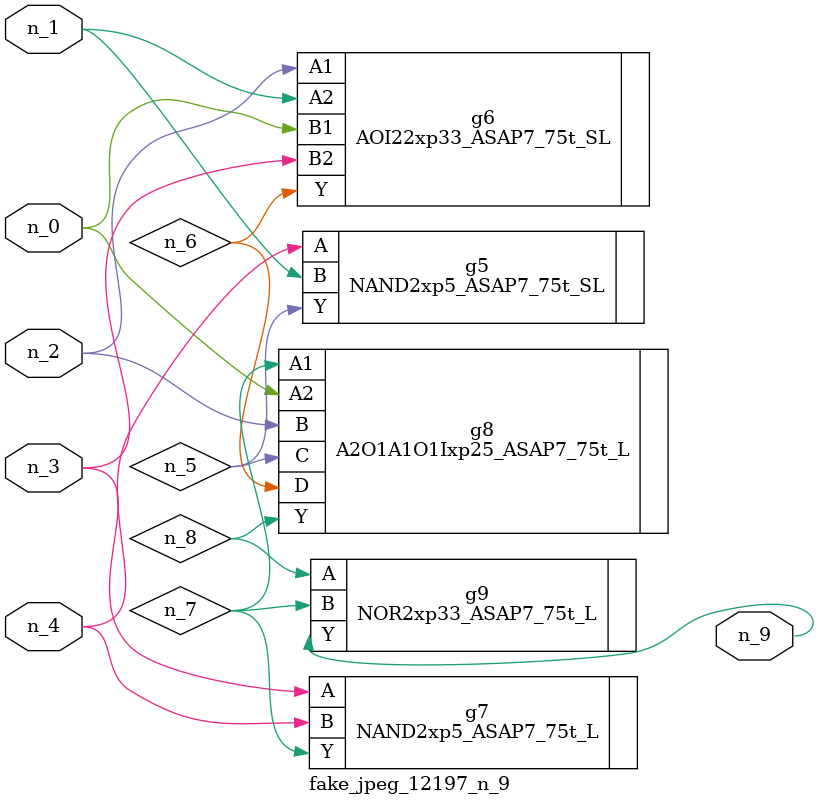
<source format=v>
module fake_jpeg_12197_n_9 (n_3, n_2, n_1, n_0, n_4, n_9);

input n_3;
input n_2;
input n_1;
input n_0;
input n_4;

output n_9;

wire n_8;
wire n_6;
wire n_5;
wire n_7;

NAND2xp5_ASAP7_75t_SL g5 ( 
.A(n_4),
.B(n_1),
.Y(n_5)
);

AOI22xp33_ASAP7_75t_SL g6 ( 
.A1(n_2),
.A2(n_1),
.B1(n_0),
.B2(n_3),
.Y(n_6)
);

NAND2xp5_ASAP7_75t_L g7 ( 
.A(n_3),
.B(n_4),
.Y(n_7)
);

A2O1A1O1Ixp25_ASAP7_75t_L g8 ( 
.A1(n_7),
.A2(n_0),
.B(n_2),
.C(n_5),
.D(n_6),
.Y(n_8)
);

NOR2xp33_ASAP7_75t_L g9 ( 
.A(n_8),
.B(n_7),
.Y(n_9)
);


endmodule
</source>
